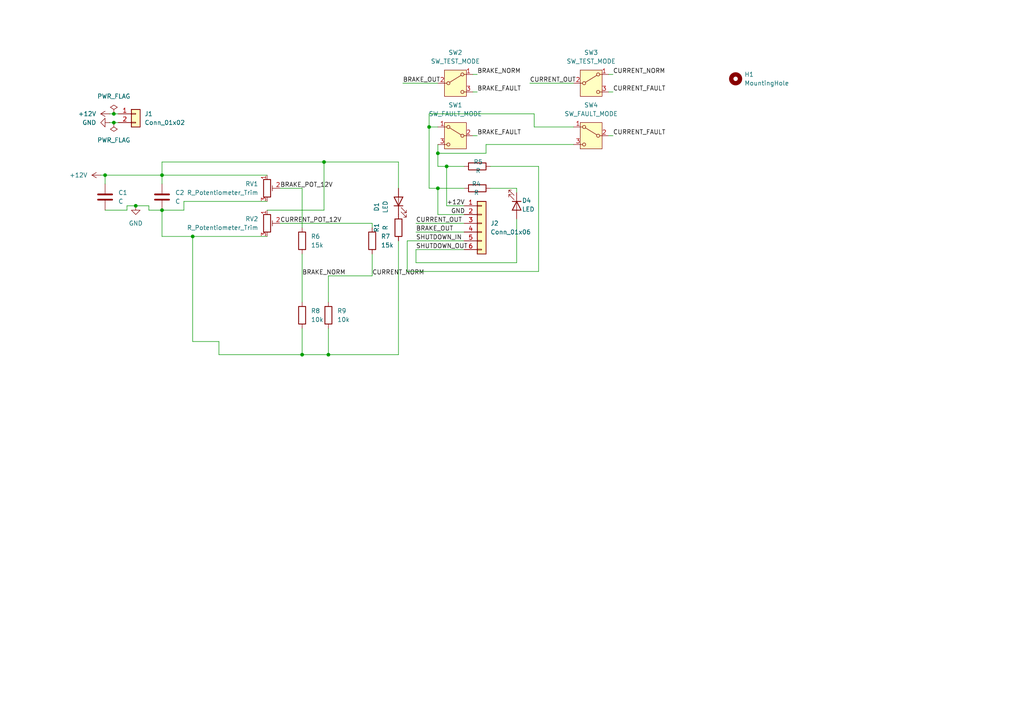
<source format=kicad_sch>
(kicad_sch (version 20250114) (generator "eeschema") (generator_version "9.0")
  (paper "A4")
  (title_block (title "BSPD_testkit") (date "2025-11-11") (company "SUFST") (comment 1 "Incomplete") (comment 2 "Emre Karausta (ek2n24)"))
  (lib_symbols
    (symbol "Connector_Generic:Conn_01x02" (pin_names (offset 1.016) (hide yes))
      (property "Reference" "J" (at 0 2.54 0))
      (property "Value" "Conn_01x02" (at 0 -5.08 0))
      (symbol "Conn_01x02_1_1"
        (rectangle (start -1.27 1.27) (end 1.27 -3.81) (stroke (width 0.254)) (fill (type background)))
        (rectangle (start -1.27 0.127) (end 0 -0.127) (stroke (width 0.1524)))
        (rectangle (start -1.27 -2.413) (end 0 -2.667) (stroke (width 0.1524)))
        (pin passive line (at -5.08 0 0) (length 3.81) (name "Pin_1") (number "1"))
        (pin passive line (at -5.08 -2.54 0) (length 3.81) (name "Pin_2") (number "2"))
      )
    )
    (symbol "Connector_Generic:Conn_01x06" (pin_names (offset 1.016) (hide yes))
      (property "Reference" "J" (at 0 7.62 0))
      (property "Value" "Conn_01x06" (at 0 -10.16 0))
      (symbol "Conn_01x06_1_1"
        (rectangle (start -1.27 6.35) (end 1.27 -8.89) (stroke (width 0.254)) (fill (type background)))
        (rectangle (start -1.27 5.207) (end 0 4.953) (stroke (width 0.1524)))
        (rectangle (start -1.27 2.667) (end 0 2.413) (stroke (width 0.1524)))
        (rectangle (start -1.27 0.127) (end 0 -0.127) (stroke (width 0.1524)))
        (rectangle (start -1.27 -2.413) (end 0 -2.667) (stroke (width 0.1524)))
        (rectangle (start -1.27 -4.953) (end 0 -5.207) (stroke (width 0.1524)))
        (rectangle (start -1.27 -7.493) (end 0 -7.747) (stroke (width 0.1524)))
        (pin passive line (at -5.08 5.08 0) (length 3.81) (name "Pin_1") (number "1"))
        (pin passive line (at -5.08 2.54 0) (length 3.81) (name "Pin_2") (number "2"))
        (pin passive line (at -5.08 0 0) (length 3.81) (name "Pin_3") (number "3"))
        (pin passive line (at -5.08 -2.54 0) (length 3.81) (name "Pin_4") (number "4"))
        (pin passive line (at -5.08 -5.08 0) (length 3.81) (name "Pin_5") (number "5"))
        (pin passive line (at -5.08 -7.62 0) (length 3.81) (name "Pin_6") (number "6"))
      )
    )
    (symbol "Device:C" (pin_numbers (hide yes)) (pin_names (offset 0.254))
      (property "Reference" "C" (at 0.635 2.54 0))
      (property "Value" "C" (at 0.635 -2.54 0))
      (symbol "C_0_1"
        (polyline (pts (xy -2.032 0.762) (xy 2.032 0.762)) (stroke (width 0.508)))
        (polyline (pts (xy -2.032 -0.762) (xy 2.032 -0.762)) (stroke (width 0.508)))
      )
      (symbol "C_1_1"
        (pin passive line (at 0 3.81 270) (length 2.794) (name "~") (number "1"))
        (pin passive line (at 0 -3.81 90) (length 2.794) (name "~") (number "2"))
      )
    )
    (symbol "Device:LED" (pin_numbers (hide yes)) (pin_names (offset 1.016) (hide yes))
      (property "Reference" "D" (at 0 2.54 0))
      (property "Value" "LED" (at 0 -2.54 0))
      (symbol "LED_0_1"
        (polyline (pts (xy -3.048 -0.762) (xy -4.572 -2.286) (xy -3.81 -2.286) (xy -4.572 -2.286) (xy -4.572 -1.524)))
        (polyline (pts (xy -1.778 -0.762) (xy -3.302 -2.286) (xy -2.54 -2.286) (xy -3.302 -2.286) (xy -3.302 -1.524)))
        (polyline (pts (xy -1.27 0) (xy 1.27 0)))
        (polyline (pts (xy -1.27 -1.27) (xy -1.27 1.27)) (stroke (width 0.254)))
        (polyline (pts (xy 1.27 -1.27) (xy 1.27 1.27) (xy -1.27 0) (xy 1.27 -1.27)) (stroke (width 0.254)))
      )
      (symbol "LED_1_1"
        (pin passive line (at -3.81 0 0) (length 2.54) (name "K") (number "1"))
        (pin passive line (at 3.81 0 180) (length 2.54) (name "A") (number "2"))
      )
    )
    (symbol "Device:R" (pin_numbers (hide yes)) (pin_names (offset 0))
      (property "Reference" "R" (at 2.032 0 90))
      (property "Value" "R" (at 0 0 90))
      (symbol "R_0_1"
        (rectangle (start -1.016 -2.54) (end 1.016 2.54) (stroke (width 0.254)))
      )
      (symbol "R_1_1"
        (pin passive line (at 0 3.81 270) (length 1.27) (name "~") (number "1"))
        (pin passive line (at 0 -3.81 90) (length 1.27) (name "~") (number "2"))
      )
    )
    (symbol "Device:R_Potentiometer_Trim" (pin_names (offset 1.016) (hide yes))
      (property "Reference" "RV" (at -4.445 0 90))
      (property "Value" "R_Potentiometer_Trim" (at -2.54 0 90))
      (symbol "R_Potentiometer_Trim_0_1"
        (rectangle (start 1.016 2.54) (end -1.016 -2.54) (stroke (width 0.254)))
        (polyline (pts (xy 1.524 0.762) (xy 1.524 -0.762)))
        (polyline (pts (xy 2.54 0) (xy 1.524 0)))
      )
      (symbol "R_Potentiometer_Trim_1_1"
        (pin passive line (at 0 3.81 270) (length 1.27) (name "1") (number "1"))
        (pin passive line (at 0 -3.81 90) (length 1.27) (name "3") (number "3"))
        (pin passive line (at 3.81 0 180) (length 1.27) (name "2") (number "2"))
      )
    )
    (symbol "Mechanical:MountingHole" (pin_names (offset 1.016)) (in_bom no)
      (property "Reference" "H" (at 0 5.08 0))
      (property "Value" "MountingHole" (at 0 3.175 0))
      (symbol "MountingHole_0_1"
        (circle (center 0 0) (radius 1.27) (stroke (width 1.27)))
      )
    )
    (symbol "Switch:SW_SPDT" (pin_names (offset 0) (hide yes))
      (property "Reference" "SW" (at 0 5.08 0))
      (property "Value" "SW_SPDT" (at 0 -5.08 0))
      (symbol "SW_SPDT_0_1"
        (circle (center -2.032 0) (radius 0.4572))
        (polyline (pts (xy -1.651 0.254) (xy 1.651 2.286)))
        (circle (center 2.032 2.54) (radius 0.4572))
        (circle (center 2.032 -2.54) (radius 0.4572))
      )
      (symbol "SW_SPDT_1_1"
        (rectangle (start -3.175 3.81) (end 3.175 -3.81) (fill (type background)))
        (pin passive line (at -5.08 0 0) (length 2.54) (name "B") (number "2"))
        (pin passive line (at 5.08 2.54 180) (length 2.54) (name "A") (number "1"))
        (pin passive line (at 5.08 -2.54 180) (length 2.54) (name "C") (number "3"))
      )
    )
    (symbol "power:+12V" (power) (pin_numbers (hide yes)) (pin_names (offset 0) (hide yes))
      (property "Value" "+12V" (at 0 3.556 0))
      (symbol "+12V_0_1"
        (polyline (pts (xy -0.762 1.27) (xy 0 2.54)))
        (polyline (pts (xy 0 2.54) (xy 0.762 1.27)))
        (polyline (pts (xy 0 0) (xy 0 2.54)))
      )
      (symbol "+12V_1_1"
        (pin power_in line (at 0 0 90) (length 0) (name "~") (number "1"))
      )
    )
    (symbol "power:GND" (power) (pin_numbers (hide yes)) (pin_names (offset 0) (hide yes))
      (property "Value" "GND" (at 0 -3.81 0))
      (symbol "GND_0_1"
        (polyline (pts (xy 0 0) (xy 0 -1.27) (xy 1.27 -1.27) (xy 0 -2.54) (xy -1.27 -1.27) (xy 0 -1.27)))
      )
      (symbol "GND_1_1"
        (pin power_in line (at 0 0 270) (length 0) (name "~") (number "1"))
      )
    )
    (symbol "power:PWR_FLAG" (power) (pin_numbers (hide yes)) (pin_names (offset 0) (hide yes))
      (property "Value" "PWR_FLAG" (at 0 3.81 0))
      (symbol "PWR_FLAG_0_0"
        (pin power_out line (at 0 0 90) (length 0) (name "~") (number "1"))
      )
      (symbol "PWR_FLAG_0_1"
        (polyline (pts (xy 0 0) (xy 0 1.27) (xy -1.016 1.905) (xy 0 2.54) (xy 1.016 1.905) (xy 0 1.27)))
      )
    )
  )
  (junction (at 124.46 36.83))
  (junction (at 127 54.61))
  (junction (at 129.54 48.26))
  (junction (at 127 44.45))
  (junction (at 46.99 50.8))
  (junction (at 39.37 59.69))
  (junction (at 30.48 50.8))
  (junction (at 46.99 60.96))
  (junction (at 95.25 102.87))
  (junction (at 55.88 68.58))
  (junction (at 93.98 46.99))
  (junction (at 33.02 35.56))
  (junction (at 33.02 33.02))
  (junction (at 87.63 102.87))
  (wire (pts (xy 120.65 64.77) (xy 134.62 64.77)))
  (wire (pts (xy 39.37 59.69) (xy 43.18 59.69)))
  (wire (pts (xy 129.54 48.26) (xy 134.62 48.26)))
  (wire (pts (xy 107.95 64.77) (xy 107.95 66.04)))
  (wire (pts (xy 120.65 76.2) (xy 149.86 76.2)))
  (wire (pts (xy 137.16 21.59) (xy 138.43 21.59)))
  (wire (pts (xy 134.62 54.61) (xy 127 54.61)))
  (wire (pts (xy 93.98 60.96) (xy 93.98 46.99)))
  (wire (pts (xy 127 54.61) (xy 124.46 54.61)))
  (wire (pts (xy 149.86 55.88) (xy 149.86 54.61)))
  (wire (pts (xy 55.88 99.06) (xy 55.88 68.58)))
  (wire (pts (xy 124.46 33.02) (xy 124.46 36.83)))
  (wire (pts (xy 127 54.61) (xy 127 62.23)))
  (wire (pts (xy 63.5 99.06) (xy 55.88 99.06)))
  (wire (pts (xy 154.94 36.83) (xy 154.94 33.02)))
  (wire (pts (xy 87.63 73.66) (xy 87.63 87.63)))
  (wire (pts (xy 127 44.45) (xy 140.97 44.45)))
  (wire (pts (xy 176.53 26.67) (xy 177.8 26.67)))
  (wire (pts (xy 127 48.26) (xy 129.54 48.26)))
  (wire (pts (xy 46.99 50.8) (xy 46.99 53.34)))
  (wire (pts (xy 63.5 99.06) (xy 63.5 102.87)))
  (wire (pts (xy 154.94 36.83) (xy 166.37 36.83)))
  (wire (pts (xy 46.99 50.8) (xy 77.47 50.8)))
  (wire (pts (xy 43.18 60.96) (xy 43.18 59.69)))
  (wire (pts (xy 124.46 54.61) (xy 124.46 36.83)))
  (wire (pts (xy 149.86 54.61) (xy 142.24 54.61)))
  (wire (pts (xy 46.99 60.96) (xy 43.18 60.96)))
  (wire (pts (xy 142.24 48.26) (xy 156.21 48.26)))
  (wire (pts (xy 77.47 58.42) (xy 53.34 58.42)))
  (wire (pts (xy 118.11 78.74) (xy 118.11 69.85)))
  (wire (pts (xy 127 62.23) (xy 134.62 62.23)))
  (wire (pts (xy 156.21 48.26) (xy 156.21 78.74)))
  (wire (pts (xy 29.21 50.8) (xy 30.48 50.8)))
  (wire (pts (xy 107.95 80.01) (xy 95.25 80.01)))
  (wire (pts (xy 53.34 60.96) (xy 46.99 60.96)))
  (wire (pts (xy 129.54 59.69) (xy 129.54 48.26)))
  (wire (pts (xy 95.25 102.87) (xy 115.57 102.87)))
  (wire (pts (xy 36.83 59.69) (xy 39.37 59.69)))
  (wire (pts (xy 120.65 67.31) (xy 134.62 67.31)))
  (wire (pts (xy 140.97 41.91) (xy 140.97 44.45)))
  (wire (pts (xy 87.63 95.25) (xy 87.63 102.87)))
  (wire (pts (xy 30.48 60.96) (xy 36.83 60.96)))
  (wire (pts (xy 120.65 72.39) (xy 120.65 76.2)))
  (wire (pts (xy 30.48 50.8) (xy 30.48 53.34)))
  (wire (pts (xy 93.98 46.99) (xy 46.99 46.99)))
  (wire (pts (xy 137.16 26.67) (xy 138.43 26.67)))
  (wire (pts (xy 81.28 64.77) (xy 107.95 64.77)))
  (wire (pts (xy 118.11 69.85) (xy 134.62 69.85)))
  (wire (pts (xy 95.25 95.25) (xy 95.25 102.87)))
  (wire (pts (xy 154.94 33.02) (xy 124.46 33.02)))
  (wire (pts (xy 129.54 59.69) (xy 134.62 59.69)))
  (wire (pts (xy 176.53 39.37) (xy 177.8 39.37)))
  (wire (pts (xy 93.98 46.99) (xy 115.57 46.99)))
  (wire (pts (xy 127 44.45) (xy 127 48.26)))
  (wire (pts (xy 33.02 33.02) (xy 34.29 33.02)))
  (wire (pts (xy 30.48 50.8) (xy 46.99 50.8)))
  (wire (pts (xy 115.57 46.99) (xy 115.57 54.61)))
  (wire (pts (xy 149.86 63.5) (xy 149.86 76.2)))
  (wire (pts (xy 107.95 73.66) (xy 107.95 80.01)))
  (wire (pts (xy 87.63 102.87) (xy 95.25 102.87)))
  (wire (pts (xy 31.75 33.02) (xy 33.02 33.02)))
  (wire (pts (xy 176.53 21.59) (xy 177.8 21.59)))
  (wire (pts (xy 33.02 35.56) (xy 31.75 35.56)))
  (wire (pts (xy 115.57 102.87) (xy 115.57 69.85)))
  (wire (pts (xy 55.88 68.58) (xy 46.99 68.58)))
  (wire (pts (xy 120.65 72.39) (xy 134.62 72.39)))
  (wire (pts (xy 127 24.13) (xy 116.84 24.13)))
  (wire (pts (xy 124.46 36.83) (xy 127 36.83)))
  (wire (pts (xy 153.67 24.13) (xy 166.37 24.13)))
  (wire (pts (xy 137.16 39.37) (xy 138.43 39.37)))
  (wire (pts (xy 77.47 68.58) (xy 55.88 68.58)))
  (wire (pts (xy 63.5 102.87) (xy 87.63 102.87)))
  (wire (pts (xy 87.63 54.61) (xy 87.63 66.04)))
  (wire (pts (xy 53.34 58.42) (xy 53.34 60.96)))
  (wire (pts (xy 46.99 46.99) (xy 46.99 50.8)))
  (wire (pts (xy 33.02 35.56) (xy 34.29 35.56)))
  (wire (pts (xy 36.83 60.96) (xy 36.83 59.69)))
  (wire (pts (xy 46.99 68.58) (xy 46.99 60.96)))
  (wire (pts (xy 77.47 60.96) (xy 93.98 60.96)))
  (wire (pts (xy 95.25 80.01) (xy 95.25 87.63)))
  (wire (pts (xy 156.21 78.74) (xy 118.11 78.74)))
  (wire (pts (xy 166.37 41.91) (xy 140.97 41.91)))
  (wire (pts (xy 127 41.91) (xy 127 44.45)))
  (wire (pts (xy 81.28 54.61) (xy 87.63 54.61)))
  (label "SHUTDOWN_IN" (at 120.65 69.85 0))
  (label "+12V" (at 129.54 59.69 0))
  (label "CURRENT_NORM" (at 107.95 80.01 0))
  (label "CURRENT_OUT" (at 120.65 64.77 0))
  (label "SHUTDOWN_OUT" (at 120.65 72.39 0))
  (label "CURRENT_POT_12V" (at 81.28 64.77 0))
  (label "GND" (at 130.81 62.23 0))
  (label "CURRENT_FAULT" (at 177.8 26.67 0))
  (label "BRAKE_FAULT" (at 138.43 26.67 0))
  (label "BRAKE_NORM" (at 87.63 80.01 0))
  (label "CURRENT_OUT" (at 153.67 24.13 0))
  (label "BRAKE_FAULT" (at 138.43 39.37 0))
  (label "CURRENT_FAULT" (at 177.8 39.37 0))
  (label "BRAKE_OUT" (at 120.65 67.31 0))
  (label "CURRENT_NORM" (at 177.8 21.59 0))
  (label "BRAKE_OUT" (at 116.84 24.13 0))
  (label "BRAKE_NORM" (at 138.43 21.59 0))
  (label "BRAKE_POT_12V" (at 81.28 54.61 0))
  (symbol (lib_id "power:GND") (at 39.37 59.69 0) (unit 1)
    (property "Reference" "#PWR04" (effects (hide yes)))
    (property "Value" "GND" (at 39.37 64.77 0))
    (property "Description" "Power symbol creates a global label with name \"GND\" , ground" (effects (hide yes)))
  )
  (symbol (lib_id "Device:R") (at 138.43 48.26 90) (unit 1)
    (property "Reference" "R5" (at 138.684 46.99 90))
    (property "Value" "R" (at 138.684 49.53 90))
    (property "Footprint" "Resistor_SMD:R_0805_2012Metric_Pad1.20x1.40mm_HandSolder" (effects (hide yes)))
    (property "Description" "Resistor" (effects (hide yes)))
  )
  (symbol (lib_id "Device:R") (at 87.63 91.44 0) (unit 1)
    (property "Reference" "R8" (at 90.17 90.1699 0) (effects (justify left)))
    (property "Value" "10k" (at 90.17 92.7099 0) (effects (justify left)))
    (property "Footprint" "Resistor_SMD:R_0805_2012Metric_Pad1.20x1.40mm_HandSolder" (effects (hide yes)))
    (property "Description" "Resistor" (effects (hide yes)))
  )
  (symbol (lib_id "Device:R") (at 87.63 69.85 0) (unit 1)
    (property "Reference" "R6" (at 90.17 68.5799 0) (effects (justify left)))
    (property "Value" "15k" (at 90.17 71.1199 0) (effects (justify left)))
    (property "Footprint" "Resistor_SMD:R_0805_2012Metric_Pad1.20x1.40mm_HandSolder" (effects (hide yes)))
    (property "Description" "Resistor" (effects (hide yes)))
  )
  (symbol (lib_id "Switch:SW_SPDT") (at 171.45 39.37 0) (mirror y) (unit 1)
    (property "Reference" "SW4" (at 171.45 30.48 0))
    (property "Value" "SW_FAULT_MODE" (at 171.45 33.02 0))
    (property "Footprint" "Button_Switch_THT:SW_Slide_SPDT_Straight_CK_OS102011MS2Q" (effects (hide yes)))
    (property "Description" "Switch, single pole double throw" (effects (hide yes)))
  )
  (symbol (lib_id "power:PWR_FLAG") (at 33.02 35.56 180) (unit 1)
    (property "Reference" "#FLG02" (effects (hide yes)))
    (property "Value" "PWR_FLAG" (at 33.02 40.64 0))
    (property "Description" "Special symbol for telling ERC where power comes from" (effects (hide yes)))
  )
  (symbol (lib_id "Device:R") (at 95.25 91.44 0) (unit 1)
    (property "Reference" "R9" (at 97.79 90.1699 0) (effects (justify left)))
    (property "Value" "10k" (at 97.79 92.7099 0) (effects (justify left)))
    (property "Footprint" "Resistor_SMD:R_0805_2012Metric_Pad1.20x1.40mm_HandSolder" (effects (hide yes)))
    (property "Description" "Resistor" (effects (hide yes)))
  )
  (symbol (lib_id "Device:C") (at 46.99 57.15 0) (unit 1)
    (property "Reference" "C2" (at 50.8 55.8799 0) (effects (justify left)))
    (property "Value" "C" (at 50.8 58.4199 0) (effects (justify left)))
    (property "Footprint" "Capacitor_SMD:C_0805_2012Metric_Pad1.18x1.45mm_HandSolder" (effects (hide yes)))
    (property "Description" "Unpolarized capacitor" (effects (hide yes)))
  )
  (symbol (lib_id "power:GND") (at 31.75 35.56 270) (unit 1)
    (property "Reference" "#PWR02" (effects (hide yes)))
    (property "Value" "GND" (at 27.94 35.5599 90) (effects (justify right)))
    (property "Description" "Power symbol creates a global label with name \"GND\" , ground" (effects (hide yes)))
  )
  (symbol (lib_id "power:+12V") (at 29.21 50.8 90) (unit 1)
    (property "Reference" "#PWR03" (effects (hide yes)))
    (property "Value" "+12V" (at 25.4 50.7999 90) (effects (justify left)))
    (property "Description" "Power symbol creates a global label with name \"+12V\"" (effects (hide yes)))
  )
  (symbol (lib_id "Switch:SW_SPDT") (at 171.45 24.13 0) (unit 1)
    (property "Reference" "SW3" (at 171.45 15.24 0))
    (property "Value" "SW_TEST_MODE" (at 171.45 17.78 0))
    (property "Footprint" "Button_Switch_THT:SW_Slide_SPDT_Straight_CK_OS102011MS2Q" (effects (hide yes)))
    (property "Description" "Switch, single pole double throw" (effects (hide yes)))
  )
  (symbol (lib_id "power:PWR_FLAG") (at 33.02 33.02 0) (unit 1)
    (property "Reference" "#FLG01" (effects (hide yes)))
    (property "Value" "PWR_FLAG" (at 33.02 27.94 0))
    (property "Description" "Special symbol for telling ERC where power comes from" (effects (hide yes)))
  )
  (symbol (lib_id "Device:R") (at 138.43 54.61 90) (unit 1)
    (property "Reference" "R4" (at 138.176 53.34 90))
    (property "Value" "R" (at 138.176 55.88 90))
    (property "Footprint" "Resistor_SMD:R_0805_2012Metric_Pad1.20x1.40mm_HandSolder" (effects (hide yes)))
    (property "Description" "Resistor" (effects (hide yes)))
  )
  (symbol (lib_id "Mechanical:MountingHole") (at 213.36 22.86 0) (unit 1) (in_bom no)
    (property "Reference" "H1" (at 215.9 21.5899 0) (effects (justify left)))
    (property "Value" "MountingHole" (at 215.9 24.1299 0) (effects (justify left)))
    (property "Footprint" "MountingHole:MountingHole_3.2mm_M3" (effects (hide yes)))
    (property "Description" "Mounting Hole without connection" (effects (hide yes)))
  )
  (symbol (lib_id "Device:R") (at 115.57 66.04 180) (unit 1)
    (property "Reference" "R1" (at 109.22 66.04 90))
    (property "Value" "R" (at 111.76 66.04 90))
    (property "Footprint" "Resistor_SMD:R_0805_2012Metric_Pad1.20x1.40mm_HandSolder" (effects (hide yes)))
    (property "Description" "Resistor" (effects (hide yes)))
  )
  (symbol (lib_id "Device:C") (at 30.48 57.15 0) (unit 1)
    (property "Reference" "C1" (at 34.29 55.8799 0) (effects (justify left)))
    (property "Value" "C" (at 34.29 58.4199 0) (effects (justify left)))
    (property "Footprint" "Capacitor_SMD:C_0805_2012Metric_Pad1.18x1.45mm_HandSolder" (effects (hide yes)))
    (property "Description" "Unpolarized capacitor" (effects (hide yes)))
  )
  (symbol (lib_id "Device:LED") (at 149.86 59.69 270) (unit 1)
    (property "Reference" "D4" (at 151.384 58.166 90) (effects (justify left)))
    (property "Value" "LED" (at 151.384 60.706 90) (effects (justify left)))
    (property "Footprint" "LED_THT:LED_D3.0mm" (effects (hide yes)))
    (property "Description" "Light emitting diode" (effects (hide yes)))
    (property "Sim.Pins" "1=K 2=A" (effects (hide yes)))
  )
  (symbol (lib_id "Device:R") (at 107.95 69.85 0) (unit 1)
    (property "Reference" "R7" (at 110.49 68.5799 0) (effects (justify left)))
    (property "Value" "15k" (at 110.49 71.1199 0) (effects (justify left)))
    (property "Footprint" "Resistor_SMD:R_0805_2012Metric_Pad1.20x1.40mm_HandSolder" (effects (hide yes)))
    (property "Description" "Resistor" (effects (hide yes)))
  )
  (symbol (lib_id "Connector_Generic:Conn_01x02") (at 39.37 33.02 0) (unit 1)
    (property "Reference" "J1" (at 41.91 33.0199 0) (effects (justify left)))
    (property "Value" "Conn_01x02" (at 41.91 35.5599 0) (effects (justify left)))
    (property "Footprint" "Connector_PinSocket_2.54mm:PinSocket_1x02_P2.54mm_Vertical" (effects (hide yes)))
    (property "Description" "Generic connector, single row, 01x02, script generated (kicad-library-utils/schlib/autogen/connector/)" (effects (hide yes)))
  )
  (symbol (lib_id "Switch:SW_SPDT") (at 132.08 24.13 0) (unit 1)
    (property "Reference" "SW2" (at 132.08 15.24 0))
    (property "Value" "SW_TEST_MODE" (at 132.08 17.78 0))
    (property "Footprint" "Button_Switch_THT:SW_Slide_SPDT_Straight_CK_OS102011MS2Q" (effects (hide yes)))
    (property "Description" "Switch, single pole double throw" (effects (hide yes)))
  )
  (symbol (lib_id "Switch:SW_SPDT") (at 132.08 39.37 0) (mirror y) (unit 1)
    (property "Reference" "SW1" (at 132.08 30.48 0))
    (property "Value" "SW_FAULT_MODE" (at 132.08 33.02 0))
    (property "Footprint" "Button_Switch_THT:SW_Slide_SPDT_Straight_CK_OS102011MS2Q" (effects (hide yes)))
    (property "Description" "Switch, single pole double throw" (effects (hide yes)))
  )
  (symbol (lib_id "Device:R_Potentiometer_Trim") (at 77.47 64.77 0) (unit 1)
    (property "Reference" "RV2" (at 74.93 63.4999 0) (effects (justify right)))
    (property "Value" "R_Potentiometer_Trim" (at 74.93 66.0399 0) (effects (justify right)))
    (property "Footprint" "Potentiometer_THT:Potentiometer_Alps_RK09K_Single_Vertical" (effects (hide yes)))
    (property "Description" "Trim-potentiometer" (effects (hide yes)))
  )
  (symbol (lib_id "Connector_Generic:Conn_01x06") (at 139.7 64.77 0) (unit 1)
    (property "Reference" "J2" (at 142.24 64.7699 0) (effects (justify left)))
    (property "Value" "Conn_01x06" (at 142.24 67.3099 0) (effects (justify left)))
    (property "Footprint" "Connector_PinSocket_2.54mm:PinSocket_1x06_P2.54mm_Vertical" (effects (hide yes)))
    (property "Description" "Generic connector, single row, 01x06, script generated (kicad-library-utils/schlib/autogen/connector/)" (effects (hide yes)))
  )
  (symbol (lib_id "Device:R_Potentiometer_Trim") (at 77.47 54.61 0) (unit 1)
    (property "Reference" "RV1" (at 74.93 53.3399 0) (effects (justify right)))
    (property "Value" "R_Potentiometer_Trim" (at 74.93 55.8799 0) (effects (justify right)))
    (property "Footprint" "Potentiometer_THT:Potentiometer_Alps_RK09K_Single_Vertical" (effects (hide yes)))
    (property "Description" "Trim-potentiometer" (effects (hide yes)))
  )
  (symbol (lib_id "power:+12V") (at 31.75 33.02 90) (unit 1)
    (property "Reference" "#PWR01" (effects (hide yes)))
    (property "Value" "+12V" (at 27.94 33.0199 90) (effects (justify left)))
    (property "Description" "Power symbol creates a global label with name \"+12V\"" (effects (hide yes)))
  )
  (symbol (lib_id "Device:LED") (at 115.57 58.42 90) (unit 1)
    (property "Reference" "D1" (at 109.22 60.0075 0))
    (property "Value" "LED" (at 111.76 60.0075 0))
    (property "Footprint" "LED_THT:LED_D3.0mm" (effects (hide yes)))
    (property "Description" "Light emitting diode" (effects (hide yes)))
    (property "Sim.Pins" "1=K 2=A" (effects (hide yes)))
  )
)
</source>
